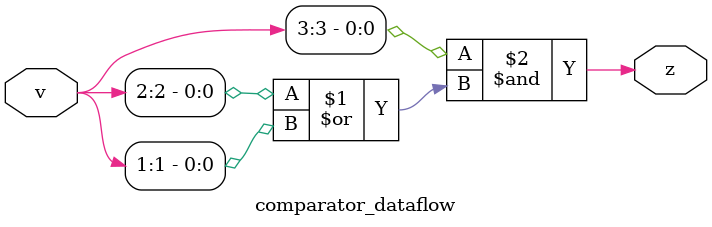
<source format=v>
`timescale 1ns / 1ps


module comparator_dataflow(
    input [3:0] v,
    output z
    );
    assign z = v[3]&(v[2]|v[1]); // y = A(C+B)

endmodule

</source>
